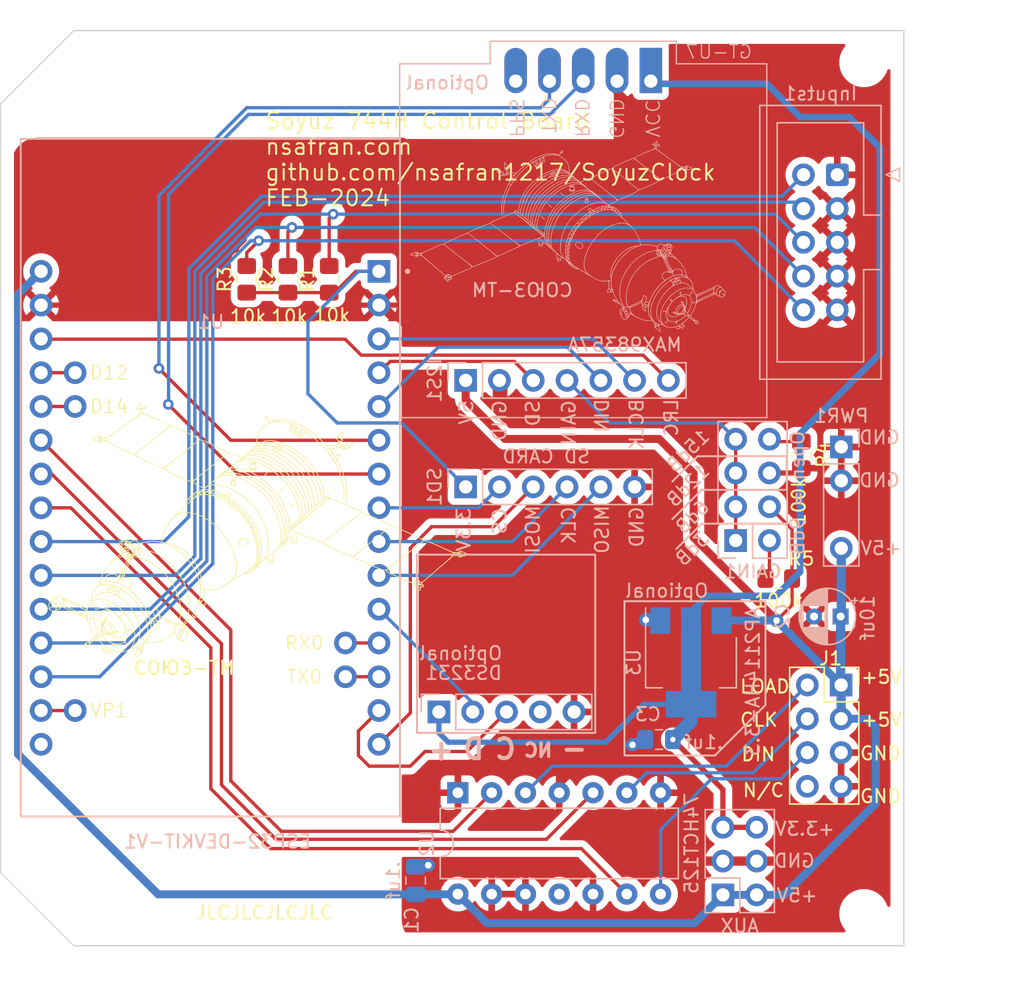
<source format=kicad_pcb>
(kicad_pcb (version 20221018) (generator pcbnew)
  (layers (0 "F.Cu" signal) (31 "B.Cu" signal) (34 "B.Paste" user) (35 "F.Paste" user) (36 "B.SilkS" user "B.Silkscreen") (37 "F.SilkS" user "F.Silkscreen") (38 "B.Mask" user) (39 "F.Mask" user) (44 "Edge.Cuts" user))
  (net 0 "")
  (net 1 "LOAD")
  (net 2 "CLK")
  (net 3 "+5V")
  (net 4 "GND")
  (net 5 "DIN")
  (net 7 "+3V3")
  (net 8 "SDA")
  (net 9 "SCL")
  (net 11 "Net-(D12-Pin_1)")
  (net 12 "Net-(U1-D25)")
  (net 13 "Net-(U1-D26)")
  (net 14 "Net-(U1-D27)")
  (net 16 "Net-(RX0-Pin_1)")
  (net 17 "Net-(TX0-Pin_1)")
  (net 19 "Net-(GT-U7-RXD)")
  (net 20 "Net-(GT-U7-TXD)")
  (net 22 "CS")
  (net 23 "MISO")
  (net 24 "MOSI")
  (net 25 "BCLK")
  (net 26 "LRC")
  (net 27 "SD")
  (net 28 "GAIN")
  (net 29 "DATA")
  (net 30 "SDCLK")
  (net 31 "Net-(Inputs1-Pin_2)")
  (net 32 "Net-(Inputs1-Pin_4)")
  (net 33 "Net-(Inputs1-Pin_6)")
  (net 34 "Net-(Inputs1-Pin_8)")
  (net 35 "Net-(Inputs1-Pin_10)")
  (net 36 "+3.3V")
  (net 37 "Net-(D14-Pin_1)")
  (net 38 "Net-(U1-VP)")
  (net 39 "Net-(GAIN1-Pin_2)")
  (net 40 "Net-(GAIN1-Pin_8)")
  (footprint "MountingHole:MountingHole_3.2mm_M3" (layer "F.Cu") (at 71.5 86.4)
    (fp_text reference "H3" hide)
    (fp_text value "MountingHole")
    (pad "" np_thru_hole circle (at 0 0) (size 3.2 3.2) (drill 3.2) (layers "*.Cu" "*.Mask"))
  )
  (footprint "footprints:1x01" (layer "F.Cu") (at 69.7 45.72)
    (fp_text reference "D12" (at 2.54 0 unlocked) (layer "F.SilkS") (effects (font (thickness 0.1))))
    (fp_text value "Conn_01x01" hide)
    (pad "1" thru_hole circle (at 0 0) (size 1.7 1.7) (drill 1) (layers "*.Cu" "*.Mask") (net 11 "Net-(D12-Pin_1)"))
  )
  (footprint "Resistor_SMD:R_0805_2012Metric_Pad1.20x1.40mm_HandSolder" (layer "F.Cu") (at 85.7 38.7 90)
    (fp_text reference "R2" (at 0 -1.65 90) (layer "F.SilkS"))
    (fp_text value "10k" (at -2.8 0.1 180) (layer "F.SilkS"))
    (pad "1" smd roundrect (at -1 0 90) (size 1.2 1.4) (layers "F.Cu" "F.Paste" "F.Mask") (roundrect_rratio 0.2083333333) (net 36 "+3.3V"))
    (pad "2" smd roundrect (at 1 0 90) (size 1.2 1.4) (layers "F.Cu" "F.Paste" "F.Mask") (roundrect_rratio 0.2083333333) (net 34 "Net-(Inputs1-Pin_8)"))
  )
  (footprint "MountingHole:MountingHole_3.2mm_M3" (layer "F.Cu") (at 129 22.4)
    (fp_text reference "H2" hide)
    (fp_text value "MountingHole")
    (pad "" np_thru_hole circle (at 0 0) (size 3.2 3.2) (drill 3.2) (layers "*.Cu" "*.Mask"))
  )
  (footprint "footprints:1x01" (layer "F.Cu") (at 90.02 68.58 90)
    (fp_text reference "TX0" (at 0 -3.1 unlocked) (layer "F.SilkS") (effects (font (thickness 0.1))))
    (fp_text value "Conn_01x01" hide)
    (pad "1" thru_hole circle (at 0 0 90) (size 1.7 1.7) (drill 1) (layers "*.Cu" "*.Mask") (net 17 "Net-(TX0-Pin_1)"))
  )
  (footprint "Resistor_SMD:R_0805_2012Metric_Pad1.20x1.40mm_HandSolder" (layer "F.Cu") (at 82.6 38.7 90)
    (fp_text reference "R3" (at 0 -1.65 90) (layer "F.SilkS"))
    (fp_text value "10k" (at -2.8 0.1 180) (layer "F.SilkS"))
    (pad "1" smd roundrect (at -1 0 90) (size 1.2 1.4) (layers "F.Cu" "F.Paste" "F.Mask") (roundrect_rratio 0.2083333333) (net 36 "+3.3V"))
    (pad "2" smd roundrect (at 1 0 90) (size 1.2 1.4) (layers "F.Cu" "F.Paste" "F.Mask") (roundrect_rratio 0.2083333333) (net 35 "Net-(Inputs1-Pin_10)"))
  )
  (footprint "Resistor_SMD:R_0805_2012Metric_Pad1.20x1.40mm_HandSolder" (layer "F.Cu") (at 124.3 51.9 -90)
    (fp_text reference "R4" (at 0 -1.65 90) (layer "F.SilkS"))
    (fp_text value "100k" (at 3.5 0.2 90) (layer "F.SilkS"))
    (pad "1" smd roundrect (at -1 0 270) (size 1.2 1.4) (layers "F.Cu" "F.Paste" "F.Mask") (roundrect_rratio 0.2083333333) (net 40 "Net-(GAIN1-Pin_8)"))
    (pad "2" smd roundrect (at 1 0 270) (size 1.2 1.4) (layers "F.Cu" "F.Paste" "F.Mask") (roundrect_rratio 0.2083333333) (net 4 "GND"))
  )
  (footprint "LOGO" (layer "F.Cu") (at 83.4 57.6)
    (fp_text reference "G***" hide)
    (fp_text value "LOGO" hide)
  )
  (footprint "Resistor_SMD:R_0805_2012Metric_Pad1.20x1.40mm_HandSolder" (layer "F.Cu") (at 88.8 38.7 90)
    (fp_text reference "R1" (at 0 -1.65 90) (layer "F.SilkS"))
    (fp_text value "10k" (at -2.7 0.2 180) (layer "F.SilkS"))
    (pad "1" smd roundrect (at -1 0 90) (size 1.2 1.4) (layers "F.Cu" "F.Paste" "F.Mask") (roundrect_rratio 0.2083333333) (net 36 "+3.3V"))
    (pad "2" smd roundrect (at 1 0 90) (size 1.2 1.4) (layers "F.Cu" "F.Paste" "F.Mask") (roundrect_rratio 0.2083333333) (net 33 "Net-(Inputs1-Pin_6)"))
  )
  (footprint "MountingHole:MountingHole_3.2mm_M3" (layer "F.Cu") (at 71.5 22.4)
    (fp_text reference "H1" hide)
    (fp_text value "MountingHole")
    (pad "" np_thru_hole circle (at 0 0) (size 3.2 3.2) (drill 3.2) (layers "*.Cu" "*.Mask"))
  )
  (footprint "Resistor_SMD:R_0805_2012Metric_Pad1.20x1.40mm_HandSolder" (layer "F.Cu") (at 122.6 61.2)
    (fp_text reference "R5" (at 1.7 -1.5) (layer "F.SilkS"))
    (fp_text value "100k" (at 0 1.65) (layer "F.SilkS"))
    (pad "1" smd roundrect (at -1 0) (size 1.2 1.4) (layers "F.Cu" "F.Paste" "F.Mask") (roundrect_rratio 0.2083333333) (net 39 "Net-(GAIN1-Pin_2)"))
    (pad "2" smd roundrect (at 1 0) (size 1.2 1.4) (layers "F.Cu" "F.Paste" "F.Mask") (roundrect_rratio 0.2083333333) (net 3 "+5V"))
  )
  (footprint "footprints:1x01" (layer "F.Cu") (at 69.7 48.26)
    (fp_text reference "D14" (at 2.54 0 unlocked) (layer "F.SilkS") (effects (font (thickness 0.1))))
    (fp_text value "Conn_01x01" hide)
    (pad "1" thru_hole circle (at 0 0) (size 1.7 1.7) (drill 1) (layers "*.Cu" "*.Mask") (net 37 "Net-(D14-Pin_1)"))
  )
  (footprint "Connector_PinSocket_2.54mm:PinSocket_2x04_P2.54mm_Vertical" (layer "F.Cu") (at 127.29 69.2)
    (fp_text reference "J1" (at -0.79 -2) (layer "F.SilkS"))
    (fp_text value "Conn_02x04_Odd_Even" hide)
    (pad "1" thru_hole rect (at 0 0) (size 1.7 1.7) (drill 1) (layers "*.Cu" "*.Mask") (net 3 "+5V"))
    (pad "2" thru_hole oval (at -2.54 0) (size 1.7 1.7) (drill 1) (layers "*.Cu" "*.Mask") (net 1 "LOAD"))
    (pad "3" thru_hole oval (at 0 2.54) (size 1.7 1.7) (drill 1) (layers "*.Cu" "*.Mask") (net 3 "+5V"))
    (pad "4" thru_hole oval (at -2.54 2.54) (size 1.7 1.7) (drill 1) (layers "*.Cu" "*.Mask") (net 2 "CLK"))
    (pad "5" thru_hole oval (at 0 5.08) (size 1.7 1.7) (drill 1) (layers "*.Cu" "*.Mask") (net 4 "GND"))
    (pad "6" thru_hole oval (at -2.54 5.08) (size 1.7 1.7) (drill 1) (layers "*.Cu" "*.Mask") (net 5 "DIN"))
    (pad "7" thru_hole oval (at 0 7.62) (size 1.7 1.7) (drill 1) (layers "*.Cu" "*.Mask") (net 4 "GND"))
    (pad "8" thru_hole oval (at -2.54 7.62) (size 1.7 1.7) (drill 1) (layers "*.Cu" "*.Mask"))
  )
  (footprint "footprints:1x01" (layer "F.Cu") (at 69.7 71.12)
    (fp_text reference "VP1" (at 2.54 0 unlocked) (layer "F.SilkS") (effects (font (thickness 0.1))))
    (fp_text value "Conn_01x01" hide)
    (pad "1" thru_hole circle (at 0 0) (size 1.7 1.7) (drill 1) (layers "*.Cu" "*.Mask") (net 38 "Net-(U1-VP)"))
  )
  (footprint "MountingHole:MountingHole_3.2mm_M3" (layer "F.Cu") (at 129 86.4)
    (fp_text reference "H4" hide)
    (fp_text value "MountingHole")
    (pad "" np_thru_hole circle (at 0 0) (size 3.2 3.2) (drill 3.2) (layers "*.Cu" "*.Mask"))
  )
  (footprint "footprints:1x01" (layer "F.Cu") (at 90.02 66.04 90)
    (fp_text reference "RX0" (at 0 -3.1 unlocked) (layer "F.SilkS") (effects (font (thickness 0.1))))
    (fp_text value "Conn_01x01" hide)
    (pad "1" thru_hole circle (at 0 0 90) (size 1.7 1.7) (drill 1) (layers "*.Cu" "*.Mask") (net 16 "Net-(RX0-Pin_1)"))
  )
  (footprint "Capacitor_THT:CP_Radial_D4.0mm_P2.00mm" (layer "B.Cu") (at 127.25 64.05 180)
    (fp_text reference "C2" (at 4.3726 0 90) (layer "B.SilkS") (effects (justify mirror)))
    (fp_text value "10uf" (at -2.0274 -0.1 90) (layer "B.SilkS") (effects (justify mirror)))
    (pad "1" thru_hole rect (at 0 0 180) (size 1.2 1.2) (drill 0.6) (layers "*.Cu" "*.Mask") (net 3 "+5V"))
    (pad "2" thru_hole circle (at 2 0 180) (size 1.2 1.2) (drill 0.6) (layers "*.Cu" "*.Mask") (net 4 "GND"))
  )
  (footprint "Connector_PinHeader_2.54mm:PinHeader_2x04_P2.54mm_Vertical" (layer "B.Cu") (at 119.36 58.34)
    (fp_text reference "GAIN1" (at 1.27 2.33) (layer "B.SilkS") (effects (justify mirror)))
    (fp_text value "Conn_02x04_Odd_Even" hide)
    (pad "1" thru_hole rect (at 0 0) (size 1.7 1.7) (drill 1) (layers "*.Cu" "*.Mask") (net 28 "GAIN"))
    (pad "2" thru_hole oval (at 2.54 0) (size 1.7 1.7) (drill 1) (layers "*.Cu" "*.Mask") (net 39 "Net-(GAIN1-Pin_2)"))
    (pad "3" thru_hole oval (at 0 -2.54) (size 1.7 1.7) (drill 1) (layers "*.Cu" "*.Mask") (net 28 "GAIN"))
    (pad "4" thru_hole oval (at 2.54 -2.54) (size 1.7 1.7) (drill 1) (layers "*.Cu" "*.Mask") (net 3 "+5V"))
    (pad "5" thru_hole oval (at 0 -5.08) (size 1.7 1.7) (drill 1) (layers "*.Cu" "*.Mask") (net 28 "GAIN"))
    (pad "6" thru_hole oval (at 2.54 -5.08) (size 1.7 1.7) (drill 1) (layers "*.Cu" "*.Mask") (net 4 "GND"))
    (pad "7" thru_hole oval (at 0 -7.62) (size 1.7 1.7) (drill 1) (layers "*.Cu" "*.Mask") (net 28 "GAIN"))
    (pad "8" thru_hole oval (at 2.54 -7.62) (size 1.7 1.7) (drill 1) (layers "*.Cu" "*.Mask") (net 40 "Net-(GAIN1-Pin_8)"))
  )
  (footprint "Connector_IDC:IDC-Header_2x05_P2.54mm_Vertical" (layer "B.Cu") (at 127 30.84 180)
    (fp_text reference "Inputs1" (at 1.27 6.1) (layer "B.SilkS") (effects (justify mirror)))
    (fp_text value "Conn_02x05_Odd_Even")
    (pad "1" thru_hole roundrect (at 0 0 180) (size 1.7 1.7) (drill 1) (layers "*.Cu" "*.Mask") (roundrect_rratio 0.1470588235) (net 4 "GND"))
    (pad "2" thru_hole circle (at 2.54 0 180) (size 1.7 1.7) (drill 1) (layers "*.Cu" "*.Mask") (net 31 "Net-(Inputs1-Pin_2)"))
    (pad "3" thru_hole circle (at 0 -2.54 180) (size 1.7 1.7) (drill 1) (layers "*.Cu" "*.Mask") (net 4 "GND"))
    (pad "4" thru_hole circle (at 2.54 -2.54 180) (size 1.7 1.7) (drill 1) (layers "*.Cu" "*.Mask") (net 32 "Net-(Inputs1-Pin_4)"))
    (pad "5" thru_hole circle (at 0 -5.08 180) (size 1.7 1.7) (drill 1) (layers "*.Cu" "*.Mask") (net 4 "GND"))
    (pad "6" thru_hole circle (at 2.54 -5.08 180) (size 1.7 1.7) (drill 1) (layers "*.Cu" "*.Mask") (net 33 "Net-(Inputs1-Pin_6)"))
    (pad "7" thru_hole circle (at 0 -7.62 180) (size 1.7 1.7) (drill 1) (layers "*.Cu" "*.Mask") (net 4 "GND"))
    (pad "8" thru_hole circle (at 2.54 -7.62 180) (size 1.7 1.7) (drill 1) (layers "*.Cu" "*.Mask") (net 34 "Net-(Inputs1-Pin_8)"))
    (pad "9" thru_hole circle (at 0 -10.16 180) (size 1.7 1.7) (drill 1) (layers "*.Cu" "*.Mask") (net 4 "GND"))
    (pad "10" thru_hole circle (at 2.54 -10.16 180) (size 1.7 1.7) (drill 1) (layers "*.Cu" "*.Mask") (net 35 "Net-(Inputs1-Pin_10)"))
  )
  (footprint "Capacitor_SMD:C_0805_2012Metric_Pad1.18x1.45mm_HandSolder" (layer "B.Cu") (at 113.6 73.3 180)
    (fp_text reference "C3" (at 0.8375 1.9 180) (layer "B.SilkS") (effects (justify mirror)))
    (fp_text value ".1uf" (at -3.3625 -0.2 180) (layer "B.SilkS") (effects (justify mirror)))
    (pad "1" smd roundrect (at -1.0375 0 180) (size 1.175 1.45) (layers "B.Cu" "B.Paste" "B.Mask") (roundrect_rratio 0.2127659574) (net 7 "+3V3"))
    (pad "2" smd roundrect (at 1.0375 0 180) (size 1.175 1.45) (layers "B.Cu" "B.Paste" "B.Mask") (roundrect_rratio 0.2127659574) (net 4 "GND"))
  )
  (footprint "footprints:MODULE_ESP32_DEVKIT_V1" (layer "B.Cu") (at 79.8395 53.615 180)
    (fp_text reference "U1" (at -0.0725 11.715) (layer "B.SilkS") (effects (justify mirror)))
    (fp_text value "ESP32-DEVKIT-V1" (at -0.56 -27.36) (layer "B.SilkS") (effects (justify mirror)))
    (pad "1" thru_hole rect (at -12.7 15.515 180) (size 1.7 1.7) (drill 1) (layers "*.Cu" "*.Mask") (net 36 "+3.3V"))
    (pad "2" thru_hole circle (at -12.7 12.975 180) (size 1.7 1.7) (drill 1) (layers "*.Cu" "*.Mask") (net 4 "GND"))
    (pad "3" thru_hole circle (at -12.7 10.435 180) (size 1.7 1.7) (drill 1) (layers "*.Cu" "*.Mask") (net 25 "BCLK"))
    (pad "4" thru_hole circle (at -12.7 7.895 180) (size 1.7 1.7) (drill 1) (layers "*.Cu" "*.Mask") (net 27 "SD"))
    (pad "5" thru_hole circle (at -12.7 5.355 180) (size 1.7 1.7) (drill 1) (layers "*.Cu" "*.Mask") (net 29 "DATA"))
    (pad "6" thru_hole circle (at -12.7 2.815 180) (size 1.7 1.7) (drill 1) (layers "*.Cu" "*.Mask") (net 20 "Net-(GT-U7-TXD)"))
    (pad "7" thru_hole circle (at -12.7 0.275 180) (size 1.7 1.7) (drill 1) (layers "*.Cu" "*.Mask") (net 19 "Net-(GT-U7-RXD)"))
    (pad "8" thru_hole circle (at -12.7 -2.265 180) (size 1.7 1.7) (drill 1) (layers "*.Cu" "*.Mask") (net 22 "CS"))
    (pad "9" thru_hole circle (at -12.7 -4.805 180) (size 1.7 1.7) (drill 1) (layers "*.Cu" "*.Mask") (net 30 "SDCLK"))
    (pad "10" thru_hole circle (at -12.7 -7.345 180) (size 1.7 1.7) (drill 1) (layers "*.Cu" "*.Mask") (net 23 "MISO"))
    (pad "11" thru_hole circle (at -12.7 -9.885 180) (size 1.7 1.7) (drill 1) (layers "*.Cu" "*.Mask") (net 8 "SDA"))
    (pad "12" thru_hole circle (at -12.7 -12.425 180) (size 1.7 1.7) (drill 1) (layers "*.Cu" "*.Mask") (net 16 "Net-(RX0-Pin_1)"))
    (pad "13" thru_hole circle (at -12.7 -14.965 180) (size 1.7 1.7) (drill 1) (layers "*.Cu" "*.Mask") (net 17 "Net-(TX0-Pin_1)"))
    (pad "14" thru_hole circle (at -12.7 -17.505 180) (size 1.7 1.7) (drill 1) (layers "*.Cu" "*.Mask") (net 9 "SCL"))
    (pad "15" thru_hole circle (at -12.7 -20.045 180) (size 1.7 1.7) (drill 1) (layers "*.Cu" "*.Mask") (net 24 "MOSI"))
    (pad "16" thru_hole circle (at 12.7 -20.045 180) (size 1.7 1.7) (drill 1) (layers "*.Cu" "*.Mask"))
    (pad "17" thru_hole circle (at 12.7 -17.505 180) (size 1.7 1.7) (drill 1) (layers "*.Cu" "*.Mask") (net 38 "Net-(U1-VP)"))
    (pad "18" thru_hole circle (at 12.7 -14.965 180) (size 1.7 1.7) (drill 1) (layers "*.Cu" "*.Mask") (net 35 "Net-(Inputs1-Pin_10)"))
    (pad "19" thru_hole circle (at 12.7 -12.425 180) (size 1.7 1.7) (drill 1) (layers "*.Cu" "*.Mask") (net 34 "Net-(Inputs1-Pin_8)"))
    (pad "20" thru_hole circle (at 12.7 -9.885 180) (size 1.7 1.7) (drill 1) (layers "*.Cu" "*.Mask") (net 33 "Net-(Inputs1-Pin_6)"))
    (pad "21" thru_hole circle (at 12.7 -7.345 180) (size 1.7 1.7) (drill 1) (layers "*.Cu" "*.Mask") (net 32 "Net-(Inputs1-Pin_4)"))
    (pad "22" thru_hole circle (at 12.7 -4.805 180) (size 1.7 1.7) (drill 1) (layers "*.Cu" "*.Mask") (net 31 "Net-(Inputs1-Pin_2)"))
    (pad "23" thru_hole circle (at 12.7 -2.265 180) (size 1.7 1.7) (drill 1) (layers "*.Cu" "*.Mask") (net 12 "Net-(U1-D25)"))
    (pad "24" thru_hole circle (at 12.7 0.275 180) (size 1.7 1.7) (drill 1) (layers "*.Cu" "*.Mask") (net 13 "Net-(U1-D26)"))
    (pad "25" thru_hole circle (at 12.7 2.815 180) (size 1.7 1.7) (drill 1) (layers "*.Cu" "*.Mask") (net 14 "Net-(U1-D27)"))
    (pad "26" thru_hole circle (at 12.7 5.355 180) (size 1.7 1.7) (drill 1) (layers "*.Cu" "*.Mask") (net 37 "Net-(D14-Pin_1)"))
    (pad "27" thru_hole circle (at 12.7 7.895 180) (size 1.7 1.7) (drill 1) (layers "*.Cu" "*.Mask") (net 11 "Net-(D12-Pin_1)"))
    (pad "28" thru_hole circle (at 12.7 10.435 180) (size 1.7 1.7) (drill 1) (layers "*.Cu" "*.Mask") (net 26 "LRC"))
    (pad "29" thru_hole circle (at 12.7 12.975 180) (size 1.7 1.7) (drill 1) (layers "*.Cu" "*.Mask") (net 4 "GND"))
    (pad "30" thru_hole circle (at 12.7 15.515 180) (size 1.7 1.7) (drill 1) (layers "*.Cu" "*.Mask") (net 3 "+5V"))
  )
  (footprint "Package_DIP:DIP-14_W7.62mm" (layer "B.Cu") (at 98.475 77.3 -90)
    (fp_text reference "U2" (at 3.81 2.33 -90) (layer "B.SilkS") (effects (justify mirror)))
    (fp_text value "74HCT125" (at 3.81 -17.57 -90) (layer "B.SilkS") (effects (justify mirror)))
    (pad "1" thru_hole rect (at 0 0 270) (size 1.6 1.6) (drill 0.8) (layers "*.Cu" "*.Mask") (net 4 "GND"))
    (pad "2" thru_hole oval (at 0 -2.54 270) (size 1.6 1.6) (drill 0.8) (layers "*.Cu" "*.Mask") (net 14 "Net-(U1-D27)"))
    (pad "3" thru_hole oval (at 0 -5.08 270) (size 1.6 1.6) (drill 0.8) (layers "*.Cu" "*.Mask") (net 1 "LOAD"))
    (pad "4" thru_hole oval (at 0 -7.62 270) (size 1.6 1.6) (drill 0.8) (layers "*.Cu" "*.Mask") (net 4 "GND"))
    (pad "5" thru_hole oval (at 0 -10.16 270) (size 1.6 1.6) (drill 0.8) (layers "*.Cu" "*.Mask") (net 13 "Net-(U1-D26)"))
    (pad "6" thru_hole oval (at 0 -12.7 270) (size 1.6 1.6) (drill 0.8) (layers "*.Cu" "*.Mask") (net 2 "CLK"))
    (pad "7" thru_hole oval (at 0 -15.24 270) (size 1.6 1.6) (drill 0.8) (layers "*.Cu" "*.Mask") (net 4 "GND"))
    (pad "8" thru_hole oval (at 7.62 -15.24 270) (size 1.6 1.6) (drill 0.8) (layers "*.Cu" "*.Mask") (net 5 "DIN"))
    (pad "9" thru_hole oval (at 7.62 -12.7 270) (size 1.6 1.6) (drill 0.8) (layers "*.Cu" "*.Mask") (net 12 "Net-(U1-D25)"))
    (pad "10" thru_hole oval (at 7.62 -10.16 270) (size 1.6 1.6) (drill 0.8) (layers "*.Cu" "*.Mask") (net 4 "GND"))
    (pad "11" thru_hole oval (at 7.62 -7.62 270) (size 1.6 1.6) (drill 0.8) (layers "*.Cu" "*.Mask"))
    (pad "12" thru_hole oval (at 7.62 -5.08 270) (size 1.6 1.6) (drill 0.8) (layers "*.Cu" "*.Mask") (net 4 "GND"))
    (pad "13" thru_hole oval (at 7.62 -2.54 270) (size 1.6 1.6) (drill 0.8) (layers "*.Cu" "*.Mask") (net 4 "GND"))
    (pad "14" thru_hole oval (at 7.62 0 270) (size 1.6 1.6) (drill 0.8) (layers "*.Cu" "*.Mask") (net 3 "+5V"))
  )
  (footprint "Package_TO_SOT_SMD:SOT-223-3_TabPin2" (layer "B.Cu") (at 116 67.5 -90)
    (fp_text reference "U3" (at 0 4.3 90) (layer "B.SilkS") (effects (justify mirror)))
    (fp_text value "AP2114HA-3.3" (at 1.45 -4.65 90) (layer "B.SilkS") (effects (justify mirror)))
    (pad "1" smd rect (at -3.15 2.3 270) (size 2 1.5) (layers "B.Cu" "B.Paste" "B.Mask") (net 4 "GND"))
    (pad "2" smd rect (at -3.15 0 270) (size 2 1.5) (layers "B.Cu" "B.Paste" "B.Mask") (net 7 "+3V3"))
    (pad "2" smd rect (at 3.15 0 270) (size 2 3.8) (layers "B.Cu" "B.Paste" "B.Mask") (net 7 "+3V3"))
    (pad "3" smd rect (at -3.15 -2.3 270) (size 2 1.5) (layers "B.Cu" "B.Paste" "B.Mask") (net 3 "+5V"))
  )
  (footprint "GT-U7_GPS:GT-U7_GPS" (layer "B.Cu") (at 107.9 35.8 180)
    (fp_text reference "GT-U7" (at -10.2 14.2 unlocked) (layer "B.SilkS") (effects (font (thickness 0.1)) (justify mirror)))
    (fp_text value "~" hide)
    (fp_text user "VCC" (at -4.6 7.7 270 unlocked) (layer "B.SilkS") (effects (font (thickness 0.1)) (justify left bottom mirror)))
    (fp_text user "RXD" (at 0.7 7.7 270 unlocked) (layer "B.SilkS") (effects (font (thickness 0.1)) (justify left bottom mirror)))
    (fp_text user "PPS" (at 5.6 7.7 270 unlocked) (layer "B.SilkS") (effects (font (thickness 0.1)) (justify left bottom mirror)))
    (fp_text user "TXD" (at 3.2 8 270 unlocked) (layer "B.SilkS") (effects (font (thickness 0.1)) (justify left bottom mirror)))
    (fp_text user "GND" (at -1.9 7.6 270 unlocked) (layer "B.SilkS") (effects (font (thickness 0.1)) (justify left bottom mirror)))
    (pad "1" thru_hole rect (at -5.08 12 180) (size 1.7 3.4) (drill 1 (offset 0 0.8)) (layers "*.Cu" "*.Mask") (net 7 "+3V3"))
    (pad "2" thru_hole oval (at -2.54 12 180) (size 1.7 3.4) (drill 1 (offset 0 0.8)) (layers "*.Cu" "*.Mask") (net 4 "GND"))
    (pad "3" thru_hole oval (at 0 12 180) (size 1.7 3.4) (drill 1 (offset 0 0.8)) (layers "*.Cu" "*.Mask") (net 19 "Net-(GT-U7-RXD)"))
    (pad "4" thru_hole oval (at 2.54 12 180) (size 1.7 3.4) (drill 1 (offset 0 0.8)) (layers "*.Cu" "*.Mask") (net 20 "Net-(GT-U7-TXD)"))
    (pad "5" thru_hole oval (at 5.08 12 180) (size 1.7 3.4) (drill 1 (offset 0 0.8)) (layers "*.Cu" "*.Mask"))
  )
  (footprint "Connector_PinHeader_2.54mm:PinHeader_1x04_P2.54mm_Vertical" (layer "B.Cu") (at 127.3 51.3 180)
    (fp_text reference "PWR1" (at 0 2.33) (layer "B.SilkS") (effects (justify mirror)))
    (fp_text value "Conn_01x04_Pin" hide)
    (pad "1" thru_hole rect (at 0 0 180) (size 1.7 1.7) (drill 1) (layers "*.Cu" "*.Mask") (net 4 "GND"))
    (pad "2" thru_hole oval (at 0 -2.54 180) (size 1.7 1.7) (drill 1) (layers "*.Cu" "*.Mask") (net 4 "GND"))
    (pad "4" thru_hole oval (at 0 -7.62 180) (size 1.7 1.7) (drill 1) (layers "*.Cu" "*.Mask") (net 3 "+5V"))
  )
  (footprint "Connector_PinHeader_2.54mm:PinHeader_2x03_P2.54mm_Vertical" (layer "B.Cu") (at 118.4 84.98)
    (fp_text reference "AUX" (at 1.27 2.33) (layer "B.SilkS") (effects (justify mirror)))
    (fp_text value "Conn_02x03_Odd_Even")
    (pad "1" thru_hole rect (at 0 0) (size 1.7 1.7) (drill 1) (layers "*.Cu" "*.Mask") (net 3 "+5V"))
    (pad "2" thru_hole oval (at 2.54 0) (size 1.7 1.7) (drill 1) (layers "*.Cu" "*.Mask") (net 3 "+5V"))
    (pad "3" thru_hole oval (at 0 -2.54) (size 1.7 1.7) (drill 1) (layers "*.Cu" "*.Mask") (net 4 "GND"))
    (pad "4" thru_hole oval (at 2.54 -2.54) (size 1.7 1.7) (drill 1) (layers "*.Cu" "*.Mask") (net 4 "GND"))
    (pad "5" thru_hole oval (at 0 -5.08) (size 1.7 1.7) (drill 1) (layers "*.Cu" "*.Mask") (net 7 "+3V3"))
    (pad "6" thru_hole oval (at 2.54 -5.08) (size 1.7 1.7) (drill 1) (layers "*.Cu" "*.Mask") (net 7 "+3V3"))
  )
  (footprint "Capacitor_SMD:C_0805_2012Metric_Pad1.18x1.45mm_HandSolder" (layer "B.Cu") (at 95.3 83.9 90)
    (fp_text reference "C1" (at -2.9625 -0.3 270) (layer "B.SilkS") (effects (justify mirror)))
    (fp_text value ".1uf" (at 0 -1.68 270) (layer "B.SilkS") (effects (justify mirror)))
    (pad "1" smd roundrect (at -1.0375 0 90) (size 1.175 1.45) (layers "B.Cu" "B.Paste" "B.Mask") (roundrect_rratio 0.2127659574) (net 3 "+5V"))
    (pad "2" smd roundrect (at 1.0375 0 90) (size 1.175 1.45) (layers "B.Cu" "B.Paste" "B.Mask") (roundrect_rratio 0.2127659574) (net 4 "GND"))
  )
  (footprint "Connector_PinHeader_2.54mm:PinHeader_1x06_P2.54mm_Vertical" (layer "B.Cu") (at 99.06 54.3052 -90)
    (fp_text reference "SD1" (at 0 2.33 90) (layer "B.SilkS") (effects (justify mirror)))
    (fp_text value "Conn_01x06" hide)
    (pad "1" thru_hole rect (at 0 0 270) (size 1.7 1.7) (drill 1) (layers "*.Cu" "*.Mask") (net 36 "+3.3V"))
    (pad "2" thru_hole oval (at 0 -2.54 270) (size 1.7 1.7) (drill 1) (layers "*.Cu" "*.Mask") (net 22 "CS"))
    (pad "3" thru_hole oval (at 0 -5.08 270) (size 1.7 1.7) (drill 1) (layers "*.Cu" "*.Mask") (net 24 "MOSI"))
    (pad "4" thru_hole oval (at 0 -7.62 270) (size 1.7 1.7) (drill 1) (layers "*.Cu" "*.Mask") (net 30 "SDCLK"))
    (pad "5" thru_hole oval (at 0 -10.16 270) (size 1.7 1.7) (drill 1) (layers "*.Cu" "*.Mask") (net 23 "MISO"))
    (pad "6" thru_hole oval (at 0 -12.7 270) (size 1.7 1.7) (drill 1) (layers "*.Cu" "*.Mask") (net 4 "GND"))
  )
  (footprint "Connector_PinHeader_2.54mm:PinHeader_1x05_P2.54mm_Vertical" (layer "B.Cu") (at 97.05 71.225 -90)
    (fp_text reference "DS3231" (at -2.925 -1.85) (layer "B.SilkS") (effects (justify mirror)))
    (fp_text value "Conn_01x05")
    (pad "1" thru_hole rect (at 0 0 270) (size 1.7 1.7) (drill 1) (layers "*.Cu" "*.Mask") (net 7 "+3V3"))
    (pad "2" thru_hole oval (at 0 -2.54 270) (size 1.7 1.7) (drill 1) (layers "*.Cu" "*.Mask") (net 8 "SDA"))
    (pad "3" thru_hole oval (at 0 -5.08 270) (size 1.7 1.7) (drill 1) (layers "*.Cu" "*.Mask") (net 9 "SCL"))
    (pad "4" thru_hole oval (at 0 -7.62 270) (size 1.7 1.7) (drill 1) (layers "*.Cu" "*.Mask"))
    (pad "5" thru_hole oval (at 0 -10.16 270) (size 1.7 1.7) (drill 1) (layers "*.Cu" "*.Mask") (net 4 "GND"))
  )
  (footprint "LOGO" (layer "B.Cu") (at 106.8 35.5 180)
    (fp_text reference "G***" hide)
    (fp_text value "LOGO" hide)
  )
  (footprint "Connector_PinHeader_2.54mm:PinHeader_1x07_P2.54mm_Vertical" (layer "B.Cu") (at 99.06 46.3 -90)
    (fp_text reference "I2S1" (at 0 2.33 90) (layer "B.SilkS") (effects (justify mirror)))
    (fp_text value "Conn_01x07" hide)
    (pad "1" thru_hole rect (at 0 0 270) (size 1.7 1.7) (drill 1) (layers "*.Cu" "*.Mask") (net 3 "+5V"))
    (pad "2" thru_hole oval (at 0 -2.54 270) (size 1.7 1.7) (drill 1) (layers "*.Cu" "*.Mask") (net 4 "GND"))
    (pad "3" thru_hole oval (at 0 -5.08 270) (size 1.7 1.7) (drill 1) (layers "*.Cu" "*.Mask") (net 27 "SD"))
    (pad "4" thru_hole oval (at 0 -7.62 270) (size 1.7 1.7) (drill 1) (layers "*.Cu" "*.Mask") (net 28 "GAIN"))
    (pad "5" thru_hole oval (at 0 -10.16 270) (size 1.7 1.7) (drill 1) (layers "*.Cu" "*.Mask") (net 29 "DATA"))
    (pad "6" thru_hole oval (at 0 -12.7 270) (size 1.7 1.7) (drill 1) (layers "*.Cu" "*.Mask") (net 25 "BCLK"))
    (pad "7" thru_hole oval (at 0 -15.24 270) (size 1.7 1.7) (drill 1) (layers "*.Cu" "*.Mask") (net 26 "LRC"))
  )
  (gr_line (start 123.2 52) (end 123.2 54.53) (stroke (width 0.15)) (layer "B.SilkS"))
  (gr_line (start 118.03 57.07) (end 116.8 57.07) (stroke (width 0.15)) (layer "B.SilkS"))
  (gr_line (start 115 56.33) (end 114.6 56.73) (stroke (width 0.15)) (layer "B.SilkS"))
  (gr_line (start 111 74.5) (end 117.8 74.5) (stroke (width 0.15)) (layer "B.SilkS"))
  (gr_line (start 116.8 57.07) (end 114.9 58.97) (stroke (width 0.15)) (layer "B.SilkS"))
  (gr_line (start 114.6 53.9) (end 116.5 52) (stroke (width 0.15)) (layer "B.SilkS"))
  (gr_line (start 117.8 74.5) (end 121.6 70.7) (stroke (width 0.15)) (layer "B.SilkS"))
  (gr_rect (start 95.4 59.4) (end 108.8 72.8) (stroke (width 0.15)) (fill none) (layer "B.SilkS"))
  (gr_line (start 116.8 54.53) (end 115 56.33) (stroke (width 0.15)) (layer "B.SilkS"))
  (gr_line (start 123.2 57.07) (end 118.03 57.07) (stroke (width 0.15)) (layer "B.SilkS"))
  (gr_line (start 116.5 52) (end 123.2 52) (stroke (width 0.15)) (layer "B.SilkS"))
  (gr_line (start 111 62.9) (end 111 69.7) (stroke (width 0.15)) (layer "B.SilkS"))
  (gr_line (start 121.6 70.7) (end 121.6 62.9) (stroke (width 0.15)) (layer "B.SilkS"))
  (gr_line (start 111 69.7) (end 111 74.5) (stroke (width 0.15)) (layer "B.SilkS"))
  (gr_line (start 123.2 54.53) (end 116.8 54.53) (stroke (width 0.15)) (layer "B.SilkS"))
  (gr_line (start 120.63 57.07) (end 123.2 57.07) (stroke (width 0.15)) (layer "B.SilkS"))
  (gr_line (start 121.6 62.9) (end 111.05 62.9) (stroke (width 0.15)) (layer "B.SilkS"))
  (gr_line (start 69.6 20) (end 64.1 25.5) (stroke (width 0.1)) (layer "Edge.Cuts"))
  (gr_line (start 132 20) (end 69.6 20) (stroke (width 0.1)) (layer "Edge.Cuts"))
  (gr_line (start 132 20) (end 132 88.8) (stroke (width 0.1)) (layer "Edge.Cuts"))
  (gr_line (start 64.1 25.5) (end 64.1 83.3) (stroke (width 0.1)) (layer "Edge.Cuts"))
  (gr_line (start 69.6 88.8) (end 132 88.8) (stroke (width 0.1)) (layer "Edge.Cuts"))
  (gr_line (start 69.6 88.8) (end 64.1 83.3) (stroke (width 0.1)) (layer "Edge.Cuts"))
  (gr_text "5V" (at 99.7 47.7 90) (layer "B.SilkS") (effects (font (size 1 1)) (justify left bottom mirror)))
  (gr_text "SD CARD" (at 108.5 52.6) (layer "B.SilkS") (effects (font (size 1 1)) (justify left bottom mirror)))
  (gr_text "D" (at 100.6 74.9) (layer "B.SilkS") (effects (font (size 1.5 1.5) (thickness 0.3) bold) (justify left bottom mirror)))
  (gr_text "BCLK" (at 112.5 47.6 90) (layer "B.SilkS") (effects (font (size 1 1)) (justify left bottom mirror)))
  (gr_text "3dB" (at 117.6 58.3 45) (layer "B.SilkS") (effects (font (size 1 1)) (justify left bottom mirror)))
  (gr_text "CS" (at 102.2 55.8 90) (layer "B.SilkS") (effects (font (size 1 1)) (justify left bottom mirror)))
  (gr_text "+3.3V" (at 126.9 80.6) (layer "B.SilkS") (effects (font (size 1 1)) (justify left bottom mirror)))
  (gr_text "Open = 9dB" (at 124.6 50 90) (layer "B.SilkS") (effects (font (size 1 1)) (justify left bottom mirror)))
  (gr_text "GND" (at 102.2 47.7 90) (layer "B.SilkS") (effects (font (size 1 1)) (justify left bottom mirror)))
  (gr_text "Optional" (at 100.9 24.5) (layer "B.SilkS") (effects (font (size 1 1)) (justify left bottom mirror)))
  (gr_text "3.3V" (at 99.5 55.8 90) (layer "B.SilkS") (effects (font (size 1 1)) (justify left bottom mirror)))
  (gr_text "SD" (at 104.7 47.7 90) (layer "B.SilkS") (effects (font (size 1 1)) (justify left bottom mirror)))
  (gr_text "-" (at 106.1 73.3 180) (layer "B.SilkS") (effects (font (size 1.5 1.5) (thickness 0.3) bold) (justify left bottom mirror)))
  (gr_text "MISO" (at 109.9 55.6 90) (layer "B.SilkS") (effects (font (size 1 1)) (justify left bottom mirror)))
  (gr_text "+" (at 96.1 73.4 180) (layer "B.SilkS") (effects (font (size 1.5 1.5) (thickness 0.3) bold) (justify left bottom mirror)))
  (gr_text "NC" (at 105.7 74.7) (layer "B.SilkS") (effects (font (size 1 1) (thickness 0.25) bold) (justify left bottom mirror)))
  (gr_text "MOSI\n" (at 104.7 55.6 90) (layer "B.SilkS") (effects (font (size 1 1)) (justify left bottom mirror)))
  (gr_text "MAX98357A" (at 115.4 44.2) (layer "B.SilkS") (effects (font (size 1 1)) (justify left bottom mirror)))
  (gr_text "C" (at 103 74.9) (layer "B.SilkS") (effects (font (size 1.5 1.5) (thickness 0.3) bold) (justify left bottom mirror)))
  (gr_text "CLK" (at 107.4 55.7 90) (layer "B.SilkS") (effects (font (size 1 1)) (justify left bottom mirror)))
  (gr_text "15dB" (at 117.6 50.6 45) (layer "B.SilkS") (effects (font (size 1 1)) (justify left bottom mirror)))
  (gr_text "GND" (at 112.5 55.7 90) (layer "B.SilkS") (effects (font (size 1 1)) (justify left bottom mirror)))
  (gr_text "+5V" (at 131.9 59.5) (layer "B.SilkS") (effects (font (size 1 1)) (justify left bottom mirror)))
  (gr_text "6dB" (at 117.6 55.9 45) (layer "B.SilkS") (effects (font (size 1 1)) (justify left bottom mirror)))
  (gr_text "GND" (at 125.4 83) (layer "B.SilkS") (effects (font (size 1 1)) (justify left bottom mirror)))
  (gr_text "GAIN" (at 107.4 47.7 90) (layer "B.SilkS") (effects (font (size 1 1)) (justify left bottom mirror)))
  (gr_text "+5V" (at 125.6 85.6) (layer "B.SilkS") (effects (font (size 1 1)) (justify left bottom mirror)))
  (gr_text "DIN" (at 109.9 47.6 90) (layer "B.SilkS") (effects (font (size 1 1)) (justify left bottom mirror)))
  (gr_text "СОЮЗ-TM" (at 107.2 40.1) (layer "B.SilkS") (effects (font (size 1 1)) (justify left bottom mirror)))
  (gr_text "LRC" (at 115.1 47.6 90) (layer "B.SilkS") (effects (font (size 1 1)) (justify left bottom mirror)))
  (gr_text "Optional" (at 101.9 67.4) (layer "B.SilkS") (effects (font (size 1 1)) (justify left bottom mirror)))
  (gr_text "GND\n\nGND" (at 131.8 54.4) (layer "B.SilkS") (effects (font (size 1 1)) (justify left bottom mirror)))
  (gr_text "Optional" (at 117.4 62.7) (layer "B.SilkS") (effects (font (size 1 1)) (justify left bottom mirror)))
  (gr_text "12dB" (at 117.6 53.2 45) (layer "B.SilkS") (effects (font (size 1 1)) (justify left bottom mirror)))
  (gr_text "Soyuz 744H Control Board\nnsafran.com\ngithub.com/nsafran1217/SoyuzClock\nFEB-2024" (at 83.91 33.29) (layer "F.SilkS") (effects (font (size 1.2 1.2)) (justify left bottom)))
  (gr_text "DIN" (at 119.7 75) (layer "F.SilkS") (effects (font (size 1 1)) (justify left bottom)))
  (gr_text "JLCJLCJLCJLC" (at 78.7 86.9) (layer "F.SilkS") (effects (font (size 1 1)) (justify left bottom)))
  (gr_text "+5V\n\n+5V" (at 128.7 72.4) (layer "F.SilkS") (effects (font (size 1 1)) (justify left bottom)))
  (gr_text "N/C" (at 119.8 77.7) (layer "F.SilkS") (effects (font (size 1 1)) (justify left bottom)))
  (gr_text "LOAD" (at 119.6 69.9) (layer "F.SilkS") (effects (font (size 1 1)) (justify left bottom)))
  (gr_text "СОЮЗ-TM" (at 74 68.5) (layer "F.SilkS") (effects (font (size 1 1)) (justify left bottom)))
  (gr_text "GND\n\nGND" (at 128.62 78.15) (layer "F.SilkS") (effects (font (size 1 1)) (justify left bottom)))
  (gr_text "CLK" (at 119.6 72.4) (layer "F.SilkS") (effects (font (size 1 1)) (justify left bottom)))
  (segment (start 124.75 69.2) (end 118.65 75.3) (width 0.25) (layer "B.Cu") (net 1))
  (segment (start 105.555 75.3) (end 103.555 77.3) (width 0.25) (layer "B.Cu") (net 1))
  (segment (start 118.65 75.3) (end 105.555 75.3) (width 0.25) (layer "B.Cu") (net 1))
  (segment (start 111.175 77.3) (end 112.675 75.8) (width 0.25) (layer "B.Cu") (net 2))
  (segment (start 120.69 75.8) (end 124.75 71.74) (width 0.25) (layer "B.Cu") (net 2))
  (segment (start 112.675 75.8) (end 120.69 75.8) (width 0.25) (layer "B.Cu") (net 2))
  (segment (start 116.2 58.11) (end 116.2 53.3) (width 0.6) (layer "F.Cu") (net 3))
  (segment (start 116.2 58.11) (end 122.44 64.35) (width 0.6) (layer "F.Cu") (net 3))
  (segment (start 123.6 57.5) (end 123.6 61.2) (width 0.25) (layer "F.Cu") (net 3))
  (segment (start 99.06 47.75) (end 99.06 46.3) (width 0.6) (layer "F.Cu") (net 3))
  (segment (start 123.6 61.2) (end 123.6 63.19) (width 0.25) (layer "F.Cu") (net 3))
  (segment (start 121.9 55.8) (end 123.6 57.5) (width 0.25) (layer "F.Cu") (net 3))
  (segment (start 116.2 53.3) (end 113.6 50.7) (width 0.6) (layer "F.Cu") (net 3))
  (segment (start 102.01 50.7) (end 99.06 47.75) (width 0.6) (layer "F.Cu") (net 3))
  (segment (start 113.6 50.7) (end 102.01 50.7) (width 0.6) (layer "F.Cu") (net 3))
  (segment (start 123.6 63.19) (end 122.44 64.35) (width 0.25) (layer "F.Cu") (net 3))
  (via (at 122.44 64.35) (size 1) (drill 0.5) (layers "F.Cu" "B.Cu") (net 3))
  (segment (start 127.25 69.16) (end 127.29 69.2) (width 0.7) (layer "B.Cu") (net 3))
  (segment (start 120.94 84.98) (end 123.02 84.98) (width 0.6) (layer "B.Cu") (net 3))
  (segment (start 127.3 58.92) (end 127.3 64) (width 0.7) (layer "B.Cu") (net 3))
  (segment (start 129.24 71.74) (end 129.9 72.4) (width 0.6) (layer "B.Cu") (net 3))
  (segment (start 123.02 84.98) (end 129.9 78.1) (width 0.6) (layer "B.Cu") (net 3))
  (segment (start 118.3 64.35) (end 122.44 64.35) (width 0.6) (layer "B.Cu") (net 3))
  (segment (start 116.28 87.1) (end 118.4 84.98) (width 0.6) (layer "B.Cu") (net 3))
  (segment (start 127.3 64) (end 127.25 64.05) (width 0.7) (layer "B.Cu") (net 3))
  (segment (start 118.4 84.98) (end 120.94 84.98) (width 0.6) (layer "B.Cu") (net 3))
  (segment (start 100.655 87.1) (end 116.28 87.1) (width 0.6) (layer "B.Cu") (net 3))
  (segment (start 100.655 87.1) (end 98.475 84.92) (width 0.6) (layer "B.Cu") (net 3))
  (segment (start 65.4 39.8395) (end 65.4 74.4) (width 0.6) (layer "B.Cu") (net 3))
  (segment (start 122.44 64.35) (end 127.29 69.2) (width 0.6) (layer "B.Cu") (net 3))
  (segment (start 75.9375 84.9375) (end 95.3 84.9375) (width 0.6) (layer "B.Cu") (net 3))
  (segment (start 127.25 64.05) (end 127.25 69.16) (width 0.7) (layer "B.Cu") (net 3))
  (segment (start 95.3 84.9375) (end 98.4575 84.9375) (width 0.6) (layer "B.Cu") (net 3))
  (segment (start 67.1395 38.1) (end 65.4 39.8395) (width 0.6) (layer "B.Cu") (net 3))
  (segment (start 98.4575 84.9375) (end 98.475 84.92) (width 0.4) (layer "B.Cu") (net 3))
  (segment (start 129.9 72.4) (end 129.9 78.1) (width 0.6) (layer "B.Cu") (net 3))
  (segment (start 65.4 74.4) (end 75.9375 84.9375) (width 0.6) (layer "B.Cu") (net 3))
  (segment (start 127.29 69.2) (end 127.29 71.74) (width 0.7) (layer "B.Cu") (net 3))
  (segment (start 127.29 71.74) (end 129.24 71.74) (width 0.6) (layer "B.Cu") (net 3))
  (segment (start 101.3 46.6) (end 101.3 47.8) (width 0.4) (layer "F.Cu") (net 4))
  (segment (start 120.94 82.44) (end 122.96 82.44) (width 0.7) (layer "F.Cu") (net 4))
  (segment (start 106.095 76.605) (end 106.7 76) (width 0.6) (layer "F.Cu") (net 4))
  (segment (start 92.94 40.64) (end 94.6 42.3) (width 0.4) (layer "F.Cu") (net 4))
  (segment (start 121.9 53.26) (end 123.94 53.26) (width 0.4) (layer "F.Cu") (net 4))
  (segment (start 122.96 82.44) (end 123 82.4) (width 0.7) (layer "F.Cu") (net 4))
  (segment (start 92.5395 40.64) (end 95.06 40.64) (width 0.4) (layer "F.Cu") (net 4))
  (segment (start 106.095 77.3) (end 106.095 76.605) (width 0.4) (layer "F.Cu") (net 4))
  (segment (start 90.46 40.64) (end 90.1 41) (width 0.4) (layer "F.Cu") (net 4))
  (segment (start 123.94 53.26) (end 124.3 52.9) (width 0.4) (layer "F.Cu") (net 4))
  (segment (start 92.5395 40.64) (end 92.94 40.64) (width 0.4) (layer "F.Cu") (net 4))
  (segment (start 71.16 40.64) (end 71.25 40.55) (width 0.4) (layer "F.Cu") (net 4))
  (segment (start 110.44 23.8) (end 110.44 24.59) (width 0.6) (layer "F.Cu") (net 4))
  (segment (start 101.6 46.3) (end 102 46.7) (width 0.4) (layer "F.Cu") (net 4))
  (segment (start 102 46.7) (end 102 47.8) (width 0.4) (layer "F.Cu") (net 4))
  (segment (start 118.4 82.44) (end 116.76 82.44) (width 0.7) (layer "F.Cu") (net 4))
  (segment (start 91.9275 40.64) (end 90.46 40.64) (width 0.4) (layer "F.Cu") (net 4))
  (segment (start 118.4 82.44) (end 120.94 82.44) (width 0.7) (layer "F.Cu") (net 4))
  (segment (start 67.1395 40.64) (end 71.16 40.64) (width 0.4) (layer "F.Cu") (net 4))
  (segment (start 106.095 77.3) (end 106.095 76.505) (width 0.4) (layer "F.Cu") (net 4))
  (segment (start 110.44 24.59) (end 111 25.15) (width 0.6) (layer "F.Cu") (net 4))
  (segment (start 95.06 40.64) (end 95.1 40.6) (width 0.4) (layer "F.Cu") (net 4))
  (segment (start 91.9275 40.64) (end 92.54 40.64) (width 0.4) (layer "F.Cu") (net 4))
  (via (at 112.6 64.3) (size 1) (drill 0.5) (layers "F.Cu" "B.Cu") (net 4))
  (via (at 96.25 82.75) (size 1) (drill 0.5) (layers "F.Cu" "B.Cu") (net 4))
  (via (at 111.6 73.7) (size 1) (drill 0.5) (layers "F.Cu" "B.Cu") (net 4))
  (segment (start 96.1375 82.8625) (end 96.25 82.75) (width 0.4) (layer "B.Cu") (net 4))
  (segment (start 112.6 64.3) (end 113.65 64.3) (width 1) (layer "B.Cu") (net 4))
  (segment (start 112.5625 73.3) (end 112 73.3) (width 0.4) (layer "B.Cu") (net 4))
  (segment (start 113.65 64.3) (end 113.7 64.35) (width 0.4) (layer "B.Cu") (net 4))
  (segment (start 112 73.3) (end 111.6 73.7) (width 0.4) (layer "B.Cu") (net 4))
  (segment (start 95.3 82.8625) (end 96.1375 82.8625) (width 0.4) (layer "B.Cu") (net 4))
  (segment (start 113.715 84.92) (end 113.715 80.085) (width 0.25) (layer "B.Cu") (net 5))
  (segment (start 117.55 76.25) (end 122.78 76.25) (width 0.25) (layer "B.Cu") (net 5))
  (segment (start 113.715 80.085) (end 117.55 76.25) (width 0.25) (layer "B.Cu") (net 5))
  (segment (start 122.78 76.25) (end 124.75 74.28) (width 0.25) (layer "B.Cu") (net 5))
  (segment (start 118.4 77.0625) (end 114.6375 73.3) (width 0.4) (layer "F.Cu") (net 7))
  (segment (start 118.4 79.9) (end 120.94 79.9) (width 0.4) (layer "F.Cu") (net 7))
  (segment (start 118.4 79.9) (end 118.4 77.0625) (width 0.4) (layer "F.Cu") (net 7))
  (via (at 114.6375 73.3) (size 0.8) (drill 0.4) (layers "F.Cu" "B.Cu") (net 7))
  (segment (start 113.18 24) (end 112.98 23.8) (width 0.5) (layer "B.Cu") (net 7))
  (segment (start 127.9 26.5) (end 124.2 26.5) (width 0.5) (layer "B.Cu") (net 7))
  (segment (start 116 64.35) (end 116 63.7) (width 0.5) (layer "B.Cu") (net 7))
  (segment (start 116 63.7) (end 117.2 62.5) (width 0.5) (layer "B.Cu") (net 7))
  (segment (start 109.6 73.5) (end 112.45 70.65) (width 0.4) (layer "B.Cu") (net 7))
  (segment (start 121.7 24) (end 113.18 24) (width 0.5) (layer "B.Cu") (net 7))
  (segment (start 124.2 50.3) (end 130.2 44.3) (width 0.5) (layer "B.Cu") (net 7))
  (segment (start 117.2 62.5) (end 122.4 62.5) (width 0.5) (layer "B.Cu") (net 7))
  (segment (start 130.2 28.8) (end 127.9 26.5) (width 0.5) (layer "B.Cu") (net 7))
  (segment (start 116 70.65) (end 116 71.9375) (width 1) (layer "B.Cu") (net 7))
  (segment (start 122.4 62.5) (end 124.2 60.7) (width 0.5) (layer "B.Cu") (net 7))
  (segment (start 97.75 73.5) (end 109.6 73.5) (width 0.4) (layer "B.Cu") (net 7))
  (segment (start 124.2 26.5) (end 121.7 24) (width 0.5) (layer "B.Cu") (net 7))
  (segment (start 124.2 60.7) (end 124.2 50.3) (width 0.5) (layer "B.Cu") (net 7))
  (segment (start 116 70.65) (end 116 64.35) (width 1.5) (layer "B.Cu") (net 7))
  (segment (start 112.45 70.65) (end 116 70.65) (width 0.4) (layer "B.Cu") (net 7))
  (segment (start 97.05 71.225) (end 97.05 72.8) (width 0.4) (layer "B.Cu") (net 7))
  (segment (start 130.2 44.3) (end 130.2 28.8) (width 0.5) (layer "B.Cu") (net 7))
  (segment (start 116 71.9375) (end 114.6375 73.3) (width 1) (layer "B.Cu") (net 7))
  (segment (start 97.05 72.8) (end 97.75 73.5) (width 0.4) (layer "B.Cu") (net 7))
  (segment (start 92.5395 63.5) (end 99.59 70.5505) (width 0.25) (layer "B.Cu") (net 8))
  (segment (start 99.59 70.5505) (end 99.59 71.225) (width 0.25) (layer "B.Cu") (net 8))
  (segment (start 91.8 75.3) (end 91 74.5) (width 0.25) (layer "F.Cu") (net 9))
  (segment (start 99.155 74.2) (end 96 74.2) (width 0.25) (layer "F.Cu") (net 9))
  (segment (start 91 72.6595) (end 92.5395 71.12) (width 0.25) (layer "F.Cu") (net 9))
  (segment (start 91 74.5) (end 91 72.6595) (width 0.25) (layer "F.Cu") (net 9))
  (segment (start 96 74.2) (end 94.9 75.3) (width 0.25) (layer "F.Cu") (net 9))
  (segment (start 94.9 75.3) (end 91.8 75.3) (width 0.25) (layer "F.Cu") (net 9))
  (segment (start 102.13 71.225) (end 99.155 74.2) (width 0.25) (layer "F.Cu") (net 9))
  (segment (start 66.5275 45.72) (end 69.088 45.72) (width 0.25) (layer "F.Cu") (net 11))
  (segment (start 84.4 81.5) (end 107.755 81.5) (width 0.25) (layer "F.Cu") (net 12))
  (segment (start 69.38 55.88) (end 67.1395 55.88) (width 0.25) (layer "F.Cu") (net 12))
  (segment (start 79.9 77) (end 84.4 81.5) (width 0.25) (layer "F.Cu") (net 12))
  (segment (start 111.175 84.92) (end 107.755 81.5) (width 0.25) (layer "F.Cu") (net 12))
  (segment (start 69.38 55.88) (end 79.9 66.4) (width 0.25) (layer "F.Cu") (net 12))
  (segment (start 79.9 66.4) (end 79.9 77) (width 0.25) (layer "F.Cu") (net 12))
  (segment (start 80.7 76.7) (end 84.8 80.8) (width 0.25) (layer "F.Cu") (net 13))
  (segment (start 84.8 80.8) (end 105.135 80.8) (width 0.25) (layer "F.Cu") (net 13))
  (segment (start 67.1395 53.34) (end 67.941713 53.34) (width 0.25) (layer "F.Cu") (net 13))
  (segment (start 80.7 66.098287) (end 80.7 76.7) (width 0.25) (layer "F.Cu") (net 13))
  (segment (start 105.135 80.8) (end 108.635 77.3) (width 0.25) (layer "F.Cu") (net 13))
  (segment (start 67.941713 53.34) (end 80.7 66.098287) (width 0.25) (layer "F.Cu") (net 13))
  (segment (start 66.5275 53.34) (end 67.941713 53.34) (width 0.25) (layer "F.Cu") (net 13))
  (segment (start 81.4 76.4) (end 81.4 65.0605) (width 0.25) (layer "F.Cu") (net 14))
  (segment (start 98.115 80.2) (end 85.2 80.2) (width 0.25) (layer "F.Cu") (net 14))
  (segment (start 81.4 65.0605) (end 67.1395 50.8) (width 0.25) (layer "F.Cu") (net 14))
  (segment (start 85.2 80.2) (end 81.4 76.4) (width 0.25) (layer "F.Cu") (net 14))
  (segment (start 101.015 77.3) (end 98.115 80.2) (width 0.25) (layer "F.Cu") (net 14))
  (segment (start 89.408 66.04) (end 91.9275 66.04) (width 0.25) (layer "F.Cu") (net 16))
  (segment (start 91.9275 68.58) (end 89.408 68.58) (width 0.25) (layer "F.Cu") (net 17))
  (segment (start 81.94 53.34) (end 91.9275 53.34) (width 0.25) (layer "F.Cu") (net 19))
  (segment (start 76.7 48.1) (end 81.94 53.34) (width 0.25) (layer "F.Cu") (net 19))
  (via (at 76.7 48.1) (size 0.8) (drill 0.4) (layers "F.Cu" "B.Cu") (net 19))
  (segment (start 107.9 23.8) (end 105.4 26.3) (width 0.25) (layer "B.Cu") (net 19))
  (segment (start 76.725 32.311396) (end 76.725 48.075) (width 0.25) (layer "B.Cu") (net 19))
  (segment (start 76.725 48.075) (end 76.7 48.1) (width 0.25) (layer "B.Cu") (net 19))
  (segment (start 82.736396 26.3) (end 105.4 26.3) (width 0.25) (layer "B.Cu") (net 19))
  (segment (start 76.725 32.311396) (end 82.736396 26.3) (width 0.25) (layer "B.Cu") (net 19))
  (segment (start 81.4 50.8) (end 91.9275 50.8) (width 0.25) (layer "F.Cu") (net 20))
  (segment (start 76 45.4) (end 81.4 50.8) (width 0.25) (layer "F.Cu") (net 20))
  (via (at 76 45.4) (size 0.8) (drill 0.4) (layers "F.Cu" "B.Cu") (net 20))
  (segment (start 76 32.4) (end 82.6 25.8) (width 0.25) (layer "B.Cu") (net 20))
  (segment (start 76 32.4) (end 76 45.4) (width 0.25) (layer "B.Cu") (net 20))
  (segment (start 104.7 25.8) (end 82.6 25.8) (width 0.25) (layer "B.Cu") (net 20))
  (segment (start 105.36 25.14) (end 104.7 25.8) (width 0.25) (layer "B.Cu") (net 20))
  (segment (start 105.36 23.8) (end 105.36 25.14) (width 0.25) (layer "B.Cu") (net 20))
  (segment (start 91.9275 55.88) (end 100.0252 55.88) (width 0.25) (layer "B.Cu") (net 22))
  (segment (start 100.0252 55.88) (end 101.6 54.3052) (width 0.25) (layer "B.Cu") (net 22))
  (segment (start 91.9275 60.96) (end 102.5652 60.96) (width 0.25) (layer "B.Cu") (net 23))
  (segment (start 102.5652 60.96) (end 109.22 54.3052) (width 0.25) (layer "B.Cu") (net 23))
  (segment (start 96.5 57.3) (end 101.1452 57.3) (width 0.25) (layer "F.Cu") (net 24))
  (segment (start 92.5395 73.66) (end 94.9 71.2995) (width 0.25) (layer "F.Cu") (net 24))
  (segment (start 94.9 71.2995) (end 94.9 58.9) (width 0.25) (layer "F.Cu") (net 24))
  (segment (start 94.9 58.9) (end 96.5 57.3) (width 0.25) (layer "F.Cu") (net 24))
  (segment (start 101.1452 57.3) (end 104.14 54.3052) (width 0.25) (layer "F.Cu") (net 24))
  (segment (start 108.64 43.18) (end 91.9275 43.18) (width 0.25) (layer "B.Cu") (net 25))
  (segment (start 111.76 46.3) (end 108.64 43.18) (width 0.25) (layer "B.Cu") (net 25))
  (segment (start 112.4 44.4) (end 114.3 46.3) (width 0.25) (layer "F.Cu") (net 26))
  (segment (start 90 43.2) (end 91.2 44.4) (width 0.25) (layer "F.Cu") (net 26))
  (segment (start 91.2 44.4) (end 112.4 44.4) (width 0.25) (layer "F.Cu") (net 26))
  (segment (start 66.5475 43.2) (end 90 43.2) (width 0.25) (layer "F.Cu") (net 26))
  (segment (start 102.71 44.87) (end 93.3895 44.87) (width 0.25) (layer "F.Cu") (net 27))
  (segment (start 104.14 46.3) (end 102.71 44.87) (width 0.25) (layer "F.Cu") (net 27))
  (segment (start 93.3895 44.87) (end 92.5395 45.72) (width 0.25) (layer "F.Cu") (net 27))
  (segment (start 119.36 58.34) (end 119.36 55.8) (width 0.25) (layer "F.Cu") (net 28))
  (segment (start 119.36 55.8) (end 119.36 53.26) (width 0.25) (layer "F.Cu") (net 28))
  (segment (start 119.36 53.26) (end 119.36 50.72) (width 0.25) (layer "F.Cu") (net 28))
  (segment (start 119.36 50.72) (end 118.14 49.5) (width 0.25) (layer "B.Cu") (net 28))
  (segment (start 118.14 49.5) (end 109.88 49.5) (width 0.25) (layer "B.Cu") (net 28))
  (segment (start 109.88 49.5) (end 106.68 46.3) (width 0.25) (layer "B.Cu") (net 28))
  (segment (start 96.2 44.6) (end 96.1995 44.6) (width 0.25) (layer "B.Cu") (net 29))
  (segment (start 109.22 46.3) (end 106.72 43.8) (width 0.25) (layer "B.Cu") (net 29))
  (segment (start 106.72 43.8) (end 97 43.8) (width 0.25) (layer "B.Cu") (net 29))
  (segment (start 97 43.8) (end 96.2 44.6) (width 0.25) (layer "B.Cu") (net 29))
  (segment (start 96.1995 44.6) (end 92.5395 48.26) (width 0.25) (layer "B.Cu") (net 29))
  (segment (start 91.9275 58.42) (end 102.5652 58.42) (width 0.25) (layer "B.Cu") (net 30))
  (segment (start 102.5652 58.42) (end 106.68 54.3052) (width 0.25) (layer "B.Cu") (net 30))
  (segment (start 76.38 58.42) (end 66.5275 58.42) (width 0.25) (layer "B.Cu") (net 31))
  (segment (start 78.25 37.904416) (end 78.25 56.55) (width 0.25) (layer "B.Cu") (net 31))
  (segment (start 124.46 30.84) (end 122.85 32.45) (width 0.25) (layer "B.Cu") (net 31))
  (segment (start 78.25 56.55) (end 76.38 58.42) (width 0.25) (layer "B.Cu") (net 31))
  (segment (start 83.704416 32.45) (end 78.25 37.904416) (width 0.25) (layer "B.Cu") (net 31))
  (segment (start 122.85 32.45) (end 83.704416 32.45) (width 0.25) (layer "B.Cu") (net 31))
  (segment (start 83.890812 32.9) (end 123.98 32.9) (width 0.25) (layer "B.Cu") (net 32))
  (segment (start 78.7 38.090812) (end 83.890812 32.9) (width 0.25) (layer "B.Cu") (net 32))
  (segment (start 77.24 60.96) (end 78.7 59.5) (width 0.25) (layer "B.Cu") (net 32))
  (segment (start 123.98 32.9) (end 124.46 33.38) (width 0.25) (layer "B.Cu") (net 32))
  (segment (start 66.5275 60.96) (end 77.24 60.96) (width 0.25) (layer "B.Cu") (net 32))
  (segment (start 78.7 59.5) (end 78.7 38.090812) (width 0.25) (layer "B.Cu") (net 32))
  (segment (start 88.8 34.1) (end 89.1 33.8) (width 0.25) (layer "F.Cu") (net 33))
  (segment (start 88.8 37.7) (end 88.8 34.1) (width 0.25) (layer "F.Cu") (net 33))
  (via (at 89.1 33.8) (size 0.8) (drill 0.4) (layers "F.Cu" "B.Cu") (net 33))
  (segment (start 79.15 59.7) (end 75.35 63.5) (width 0.25) (layer "B.Cu") (net 33))
  (segment (start 83.627208 33.8) (end 79.15 38.277208) (width 0.25) (layer "B.Cu") (net 33))
  (segment (start 89.1 33.8) (end 83.627208 33.8) (width 0.25) (layer "B.Cu") (net 33))
  (segment (start 124.46 35.92) (end 122.34 33.8) (width 0.25) (layer "B.Cu") (net 33))
  (segment (start 79.15 38.277208) (end 79.15 59.7) (width 0.25) (layer "B.Cu") (net 33))
  (segment (start 75.35 63.5) (end 66.5275 63.5) (width 0.25) (layer "B.Cu") (net 33))
  (segment (start 89.1 33.8) (end 122.34 33.8) (width 0.25) (layer "B.Cu") (net 33))
  (segment (start 85.7 37.7) (end 85.7 35.1) (width 0.25) (layer "F.Cu") (net 34))
  (segment (start 85.7 35.1) (end 86 34.8) (width 0.25) (layer "F.Cu") (net 34))
  (via (at 86 34.8) (size 0.8) (drill 0.4) (layers "F.Cu" "B.Cu") (net 34))
  (segment (start 83.263604 34.8) (end 86 34.8) (width 0.25) (layer "B.Cu") (net 34))
  (segment (start 79.6 59.886396) (end 79.6 38.463604) (width 0.25) (layer "B.Cu") (net 34))
  (segment (start 73.446396 66.04) (end 79.6 59.886396) (width 0.25) (layer "B.Cu") (net 34))
  (segment (start 66.5275 66.04) (end 73.446396 66.04) (width 0.25) (layer "B.Cu") (net 34))
  (segment (start 86 34.8) (end 120.8 34.8) (width 0.25) (layer "B.Cu") (net 34))
  (segment (start 79.6 38.463604) (end 83.263604 34.8) (width 0.25) (layer "B.Cu") (net 34))
  (segment (start 120.8 34.8) (end 124.46 38.46) (width 0.25) (layer "B.Cu") (net 34))
  (segment (start 82.6 36.7) (end 83.5 35.8) (width 0.25) (layer "F.Cu") (net 35))
  (segment (start 82.6 37.7) (end 82.6 36.7) (width 0.25) (layer "F.Cu") (net 35))
  (via (at 83.5 35.8) (size 0.8) (drill 0.4) (layers "F.Cu" "B.Cu") (net 35))
  (segment (start 80.05 60.072792) (end 71.542792 68.58) (width 0.25) (layer "B.Cu") (net 35))
  (segment (start 80.05 38.65) (end 80.05 60.072792) (width 0.25) (layer "B.Cu") (net 35))
  (segment (start 83.5 35.8) (end 119.26 35.8) (width 0.25) (layer "B.Cu") (net 35))
  (segment (start 124.46 41) (end 119.26 35.8) (width 0.25) (layer "B.Cu") (net 35))
  (segment (start 71.542792 68.58) (end 66.5275 68.58) (width 0.25) (layer "B.Cu") (net 35))
  (segment (start 82.9 35.8) (end 80.05 38.65) (width 0.25) (layer "B.Cu") (net 35))
  (segment (start 83.5 35.8) (end 82.9 35.8) (width 0.25) (layer "B.Cu") (net 35))
  (segment (start 88.8 39.7) (end 89.2 39.7) (width 0.25) (layer "F.Cu") (net 36))
  (segment (start 85.7 39.7) (end 88.8 39.7) (width 0.25) (layer "F.Cu") (net 36))
  (segment (start 82.6 39.7) (end 85.7 39.7) (width 0.25) (layer "F.Cu") (net 36))
  (segment (start 89.2 39.7) (end 90.8 38.1) (width 0.25) (layer "F.Cu") (net 36))
  (segment (start 90.8 38.1) (end 92.5395 38.1) (width 0.25) (layer "F.Cu") (net 36))
  (segment (start 94.2548 49.5) (end 99.06 54.3052) (width 0.25) (layer "B.Cu") (net 36))
  (segment (start 91.9275 38.1) (end 91 38.1) (width 0.25) (layer "B.Cu") (net 36))
  (segment (start 89.4 49.5) (end 94.2548 49.5) (width 0.25) (layer "B.Cu") (net 36))
  (segment (start 87.2 47.3) (end 89.4 49.5) (width 0.25) (layer "B.Cu") (net 36))
  (segment (start 91 38.1) (end 87.2 41.9) (width 0.25) (layer "B.Cu") (net 36))
  (segment (start 87.2 41.9) (end 87.2 47.3) (width 0.25) (layer "B.Cu") (net 36))
  (segment (start 66.5275 48.26) (end 69.088 48.26) (width 0.25) (layer "F.Cu") (net 37))
  (segment (start 69.088 71.12) (end 66.5275 71.12) (width 0.25) (layer "F.Cu") (net 38))
  (segment (start 121.9 60.9) (end 121.6 61.2) (width 0.25) (layer "F.Cu") (net 39))
  (segment (start 121.9 58.34) (end 121.9 60.9) (width 0.25) (layer "F.Cu") (net 39))
  (segment (start 122.08 50.9) (end 121.9 50.72) (width 0.25) (layer "F.Cu") (net 40))
  (segment (start 124.3 50.9) (end 122.08 50.9) (width 0.25) (layer "F.Cu") (net 40))
  (zone (net 4) (net_name "GND") (layer "F.Cu") (priority 1) (connect_pads (clearance 0.5)) (min_thickness 0.25) (fill yes (thermal_gap 0.5) (thermal_bridge_width 0.5) (smoothing fillet) (radius 2))
    (polygon (pts (xy 64.9 28.05) (xy 64.9 41.4) (xy 65.35 41.85) (xy 94.75 41.85) (xy 94.95 41.65) (xy 94.95 28.55) (xy 94.45 28.05)))
  )
  (zone (net 4) (net_name "GND") (layer "F.Cu") (connect_pads (clearance 0.5)) (min_thickness 0.25) (fill yes (thermal_gap 0.5) (thermal_bridge_width 0.5) (smoothing fillet) (radius 2))
    (polygon (pts (xy 110.2 24.5) (xy 110.2 28.162004) (xy 94.25 28.150365) (xy 94.25 89.95) (xy 94.85 90.55) (xy 135.75 90.55) (xy 135.75 21.4) (xy 131.4 17.7) (xy 110.20268 17.7) (xy 110.2 21.65)))
  )
)
</source>
